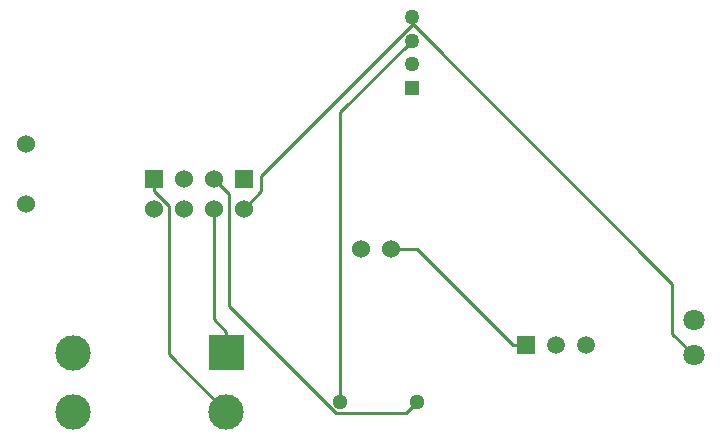
<source format=gbl>
G04 Layer: BottomLayer*
G04 EasyEDA v6.5.9, 2022-08-24 00:16:20*
G04 Gerber Generator version 0.2*
G04 Scale: 100 percent, Rotated: No, Reflected: No *
G04 Dimensions in millimeters *
G04 leading zeros omitted , absolute positions ,4 integer and 5 decimal *
%FSLAX45Y45*%
%MOMM*%

%ADD10C,0.2540*%
%ADD11C,1.5080*%
%ADD12C,1.5240*%
%ADD13C,1.8000*%
%ADD14C,1.3005*%
%ADD15R,1.2700X1.2700*%
%ADD16C,1.2700*%
%ADD17C,3.0000*%

%LPD*%
D10*
X2811292Y1562275D02*
G01*
X2705094Y1668472D01*
X2705094Y2603497D01*
X2811292Y1384297D02*
G01*
X2811292Y1562275D01*
X4427214Y965197D02*
G01*
X4332396Y870379D01*
X3737833Y870379D01*
X2832094Y1776117D01*
X2832094Y2730497D01*
X2705094Y2857497D01*
X4390740Y4165038D02*
G01*
X3108802Y2883100D01*
X3108802Y2753205D01*
X2959094Y2603497D01*
X4381672Y4224017D02*
G01*
X4381672Y4174081D01*
X4390740Y4165038D01*
X4390740Y4165038D02*
G01*
X6587154Y1968599D01*
X6587154Y1545638D01*
X6769094Y1363698D01*
X4381672Y4023357D02*
G01*
X3776974Y3418659D01*
X3776974Y965197D01*
X2197094Y2753332D02*
G01*
X2324094Y2626332D01*
X2324094Y1371495D01*
X2811292Y884298D01*
X2197094Y2857497D02*
G01*
X2197094Y2753332D01*
X4203694Y2260597D02*
G01*
X4430542Y2260597D01*
X5243342Y1447797D01*
X5346694Y1447797D02*
G01*
X5243342Y1447797D01*
G36*
X5271300Y1523199D02*
G01*
X5422099Y1523199D01*
X5422099Y1372400D01*
X5271300Y1372400D01*
G37*
D11*
G01*
X5600700Y1447800D03*
G01*
X5854700Y1447800D03*
D12*
G01*
X3949700Y2260600D03*
G01*
X4203700Y2260600D03*
D13*
G01*
X6769100Y1663712D03*
G01*
X6769100Y1363687D03*
G36*
X2120900Y2933700D02*
G01*
X2273300Y2933700D01*
X2273300Y2781300D01*
X2120900Y2781300D01*
G37*
D12*
G01*
X2197100Y2603500D03*
G01*
X2451100Y2603500D03*
G01*
X2705100Y2857500D03*
G01*
X2705100Y2603500D03*
G36*
X2882900Y2933700D02*
G01*
X3035300Y2933700D01*
X3035300Y2781300D01*
X2882900Y2781300D01*
G37*
G01*
X2959100Y2603500D03*
G01*
X2451100Y2857500D03*
D14*
G01*
X3776979Y965200D03*
G01*
X4427220Y965200D03*
D15*
G01*
X4381334Y3624579D03*
D16*
G01*
X4381665Y3825239D03*
G01*
X4381665Y4023360D03*
G01*
X4381665Y4224020D03*
D17*
G01*
X1511300Y1384300D03*
G36*
X2661300Y1534299D02*
G01*
X2961299Y1534299D01*
X2961299Y1234300D01*
X2661300Y1234300D01*
G37*
G01*
X2811297Y884301D03*
G01*
X1511300Y884301D03*
D12*
G01*
X1117600Y3149600D03*
G01*
X1117600Y2641600D03*
M02*

</source>
